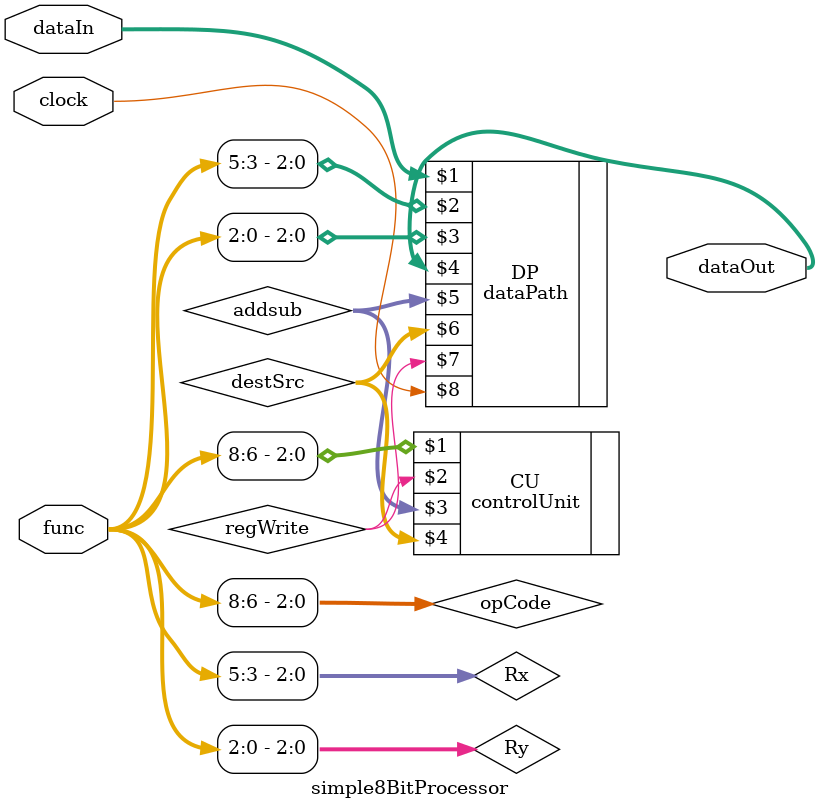
<source format=v>
`timescale 1ns / 1ps



module simple8BitProcessor(
    input  [7:0] dataIn,
    output [7:0] dataOut,
	 input  [8:0] func,
	 input  clock
    );
	 wire [2:0] opCode = func[8:6];
	 wire [2:0] Rx = func[5:3];
	 wire [2:0] Ry = func[2:0];
	 wire [2:0]addsub;
	 wire [1:0] destSrc;
	 wire regWrite;
	 
	 
	 controlUnit CU(opCode, regWrite, addsub, destSrc);
	 dataPath    DP(dataIn, Rx, Ry, dataOut, addsub, destSrc, regWrite, clock);

endmodule

</source>
